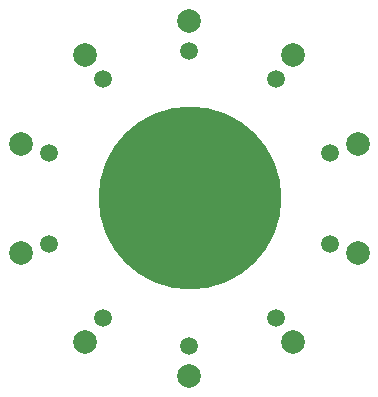
<source format=gbr>
%TF.GenerationSoftware,KiCad,Pcbnew,7.0.1*%
%TF.CreationDate,2023-04-25T20:00:12+01:00*%
%TF.ProjectId,BreakawayConnector,42726561-6b61-4776-9179-436f6e6e6563,rev?*%
%TF.SameCoordinates,Original*%
%TF.FileFunction,Copper,L2,Bot*%
%TF.FilePolarity,Positive*%
%FSLAX46Y46*%
G04 Gerber Fmt 4.6, Leading zero omitted, Abs format (unit mm)*
G04 Created by KiCad (PCBNEW 7.0.1) date 2023-04-25 20:00:12*
%MOMM*%
%LPD*%
G01*
G04 APERTURE LIST*
%TA.AperFunction,ComponentPad*%
%ADD10C,1.500000*%
%TD*%
%TA.AperFunction,ComponentPad*%
%ADD11C,2.000000*%
%TD*%
%TA.AperFunction,ViaPad*%
%ADD12C,15.500000*%
%TD*%
G04 APERTURE END LIST*
D10*
%TO.P,J2,10,Pin_10*%
%TO.N,Vin*%
X107347300Y-89887300D03*
%TO.P,J2,9,Pin_9*%
%TO.N,MOSI_1*%
X111888200Y-96137300D03*
%TO.P,J2,8,Pin_8*%
%TO.N,MISO_1*%
X111888200Y-103862700D03*
%TO.P,J2,7,Pin_7*%
%TO.N,CLK_1*%
X107347300Y-110112700D03*
%TO.P,J2,6,Pin_6*%
%TO.N,MOSI_2*%
X100000000Y-112500000D03*
%TO.P,J2,5,Pin_5*%
%TO.N,MISO_2*%
X92652700Y-110112700D03*
%TO.P,J2,4,Pin_4*%
%TO.N,CLK_2*%
X88111800Y-103862700D03*
%TO.P,J2,3,Pin_3*%
%TO.N,DET_in*%
X88111800Y-96137300D03*
%TO.P,J2,2,Pin_2*%
%TO.N,DET_out*%
X92652700Y-89887300D03*
%TO.P,J2,1,Pin_1*%
%TO.N,GND*%
X100000000Y-87500000D03*
%TD*%
D11*
%TO.P,J1,1,Pin_1*%
%TO.N,GND*%
X100000000Y-85000000D03*
%TO.P,J1,2,Pin_2*%
%TO.N,DET_out*%
X91183200Y-87864700D03*
%TO.P,J1,3,Pin_3*%
%TO.N,DET_in*%
X85734200Y-95364700D03*
%TO.P,J1,4,Pin_4*%
%TO.N,CLK_2*%
X85734200Y-104635300D03*
%TO.P,J1,5,Pin_5*%
%TO.N,MISO_2*%
X91183200Y-112135300D03*
%TO.P,J1,6,Pin_6*%
%TO.N,MOSI_2*%
X100000000Y-115000000D03*
%TO.P,J1,7,Pin_7*%
%TO.N,CLK_1*%
X108816800Y-112135300D03*
%TO.P,J1,8,Pin_8*%
%TO.N,MISO_1*%
X114265800Y-104635300D03*
%TO.P,J1,9,Pin_9*%
%TO.N,MOSI_1*%
X114265800Y-95364700D03*
%TO.P,J1,10,Pin_10*%
%TO.N,Vin*%
X108816800Y-87864700D03*
%TD*%
D12*
%TO.N,*%
X100076000Y-99949000D03*
%TD*%
M02*

</source>
